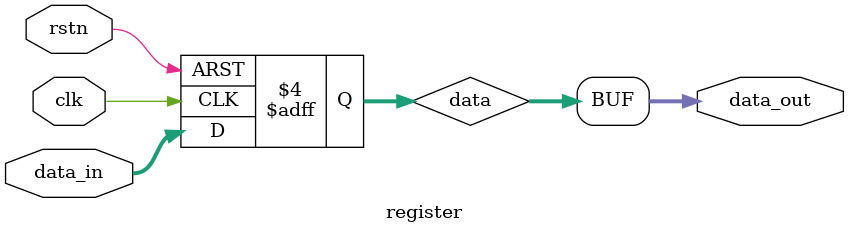
<source format=v>
`timescale 1ns / 1ps


module register(
data_in,data_out,clk,rstn
    );
    input [3:0] data_in;
    input clk,rstn;
    output [3:0] data_out;
    reg[3:0] data = 4'b0;
always@(posedge clk or negedge rstn)
begin
if(!rstn)
    data<=4'b0;
else
    data <= data_in;
end
assign data_out = data;
endmodule

</source>
